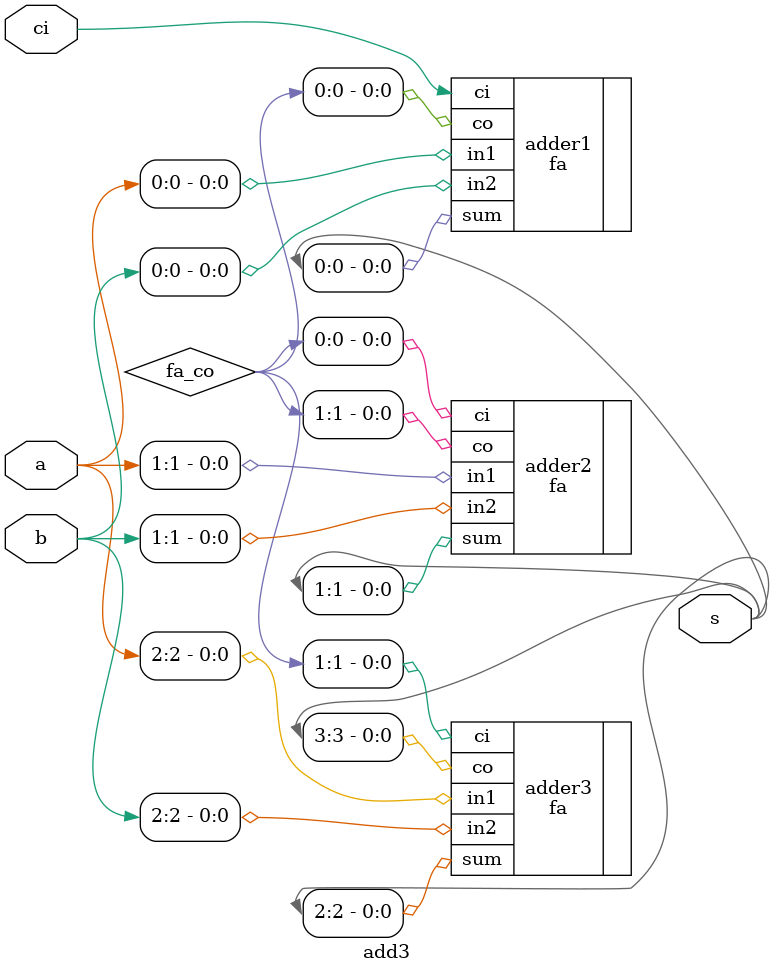
<source format=v>


module add3(
	input				  [2:0]     a,
	input 		     [2:0]     b,
	input                      ci,
	output           [3:0]     s
);



//=======================================================
//  REG/WIRE declarations
//=======================================================

wire [0:1] fa_co;



//=======================================================
//  Structural coding
//=======================================================


fa adder1(
	.in1 (a[0]),
	.in2 (b[0]),
	.ci (ci),
	.co (fa_co[0]),
	.sum (s[0]));

fa adder2(
	.in1 (a[1]),
	.in2 (b[1]),
	.ci (fa_co[0]),
	.co (fa_co[1]),
	.sum (s[1]));
	
fa adder3(
	.in1 (a[2]),
	.in2 (b[2]),
	.ci (fa_co[1]),
	.co (s[3]),
	.sum (s[2]));

endmodule

</source>
